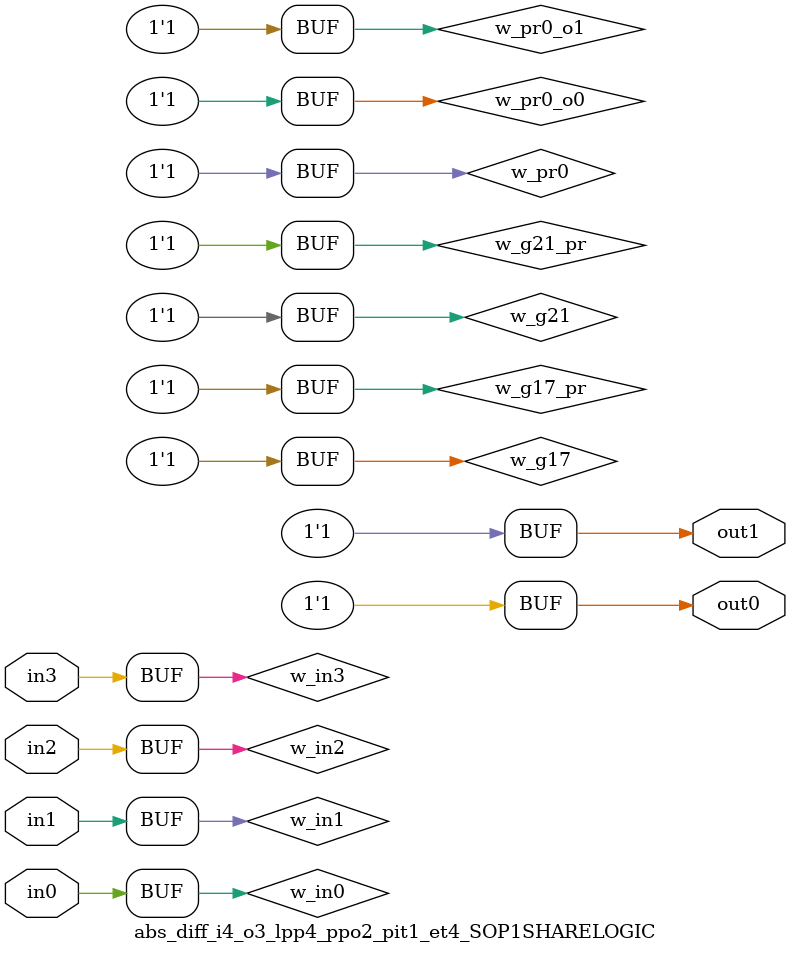
<source format=v>
module abs_diff_i4_o3_lpp4_ppo2_pit1_et4_SOP1SHARELOGIC (in0, in1, in2, in3, out0, out1);
// declaring inputs
input in0,  in1,  in2,  in3;
// declaring outputs
output out0,  out1;
// JSON model input
wire w_in3, w_in2, w_in1, w_in0;
// JSON model output
wire w_g17, w_g21;
//json model
wire w_g17_pr, w_g21_pr, w_pr0_o0, w_pr0_o1, w_pr0;
// JSON model input assign
assign w_in3 = in3;
assign w_in2 = in2;
assign w_in1 = in1;
assign w_in0 = in0;

//json model assigns (approximated Shared/XPAT part)
//assign literals to products
assign w_pr0 = 1;
//if a product has literals and if the product is being "activated" for that output
assign w_pr0_o0 = w_pr0 & 1;
assign w_pr0_o1 = w_pr0 & 1;
//compose an output with corresponding products (OR)
assign w_g17 = w_pr0_o0;
assign w_g21 = w_pr0_o1;
//if an output has products and if it is part of the JSON model
assign w_g17_pr = w_g17 & 1;
assign w_g21_pr = w_g21 & 1;
// output assigns
assign out0 = w_g17_pr;
assign out1 = w_g21_pr;
endmodule
</source>
